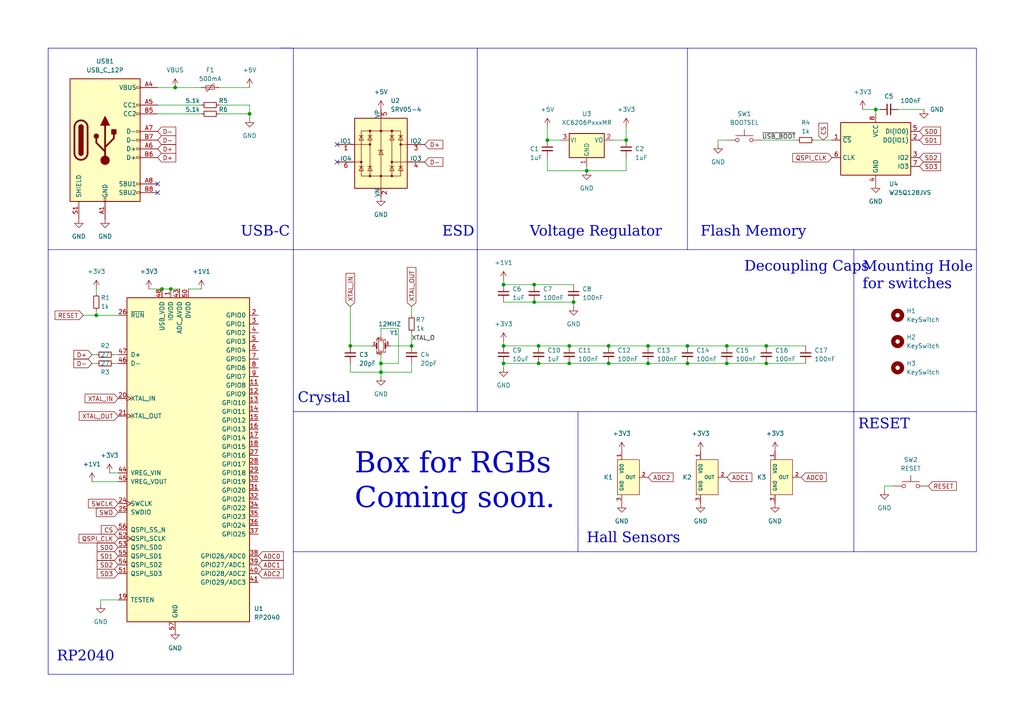
<source format=kicad_sch>
(kicad_sch (version 20230121) (generator eeschema)
  (paper "A4")
  (lib_symbols
    (symbol "Connector:USB_C_Receptacle_USB2.0" (pin_names (offset 1.016))
      (property "Reference" "J" (at -10.16 19.05 0))
      (property "Value" "USB_C_Receptacle_USB2.0" (at 19.05 19.05 0))
      (symbol "USB_C_Receptacle_USB2.0_0_0"
        (rectangle (start -0.254 -17.78) (end 0.254 -16.764))
        (rectangle (start 10.16 -14.986) (end 9.144 -15.494))
        (rectangle (start 10.16 -12.446) (end 9.144 -12.954))
        (rectangle (start 10.16 -4.826) (end 9.144 -5.334))
        (rectangle (start 10.16 -2.286) (end 9.144 -2.794))
        (rectangle (start 10.16 0.254) (end 9.144 -0.254))
        (rectangle (start 10.16 2.794) (end 9.144 2.286))
        (rectangle (start 10.16 7.874) (end 9.144 7.366))
        (rectangle (start 10.16 10.414) (end 9.144 9.906))
        (rectangle (start 10.16 15.494) (end 9.144 14.986))
      )
      (symbol "USB_C_Receptacle_USB2.0_0_1"
        (rectangle (start -10.16 17.78) (end 10.16 -17.78) (stroke (width 0.254)) (fill (type background)))
        (arc (start -8.89 -3.81) (mid -6.985 -5.7067) (end -5.08 -3.81) (stroke (width 0.508)))
        (arc (start -7.62 -3.81) (mid -6.985 -4.4423) (end -6.35 -3.81) (stroke (width 0.254)))
        (arc (start -7.62 -3.81) (mid -6.985 -4.4423) (end -6.35 -3.81) (stroke (width 0.254)) (fill (type outline)))
        (rectangle (start -7.62 -3.81) (end -6.35 3.81) (stroke (width 0.254)) (fill (type outline)))
        (arc (start -6.35 3.81) (mid -6.985 4.4423) (end -7.62 3.81) (stroke (width 0.254)))
        (arc (start -6.35 3.81) (mid -6.985 4.4423) (end -7.62 3.81) (stroke (width 0.254)) (fill (type outline)))
        (arc (start -5.08 3.81) (mid -6.985 5.7067) (end -8.89 3.81) (stroke (width 0.508)))
        (circle (center -2.54 1.143) (radius 0.635) (stroke (width 0.254)) (fill (type outline)))
        (circle (center 0 -5.842) (radius 1.27) (fill (type outline)))
        (polyline (pts (xy -8.89 -3.81) (xy -8.89 3.81)) (stroke (width 0.508)))
        (polyline (pts (xy -5.08 3.81) (xy -5.08 -3.81)) (stroke (width 0.508)))
        (polyline (pts (xy 0 -5.842) (xy 0 4.318)) (stroke (width 0.508)))
        (polyline (pts (xy 0 -3.302) (xy -2.54 -0.762) (xy -2.54 0.508)) (stroke (width 0.508)))
        (polyline (pts (xy 0 -2.032) (xy 2.54 0.508) (xy 2.54 1.778)) (stroke (width 0.508)))
        (polyline (pts (xy -1.27 4.318) (xy 0 6.858) (xy 1.27 4.318) (xy -1.27 4.318)) (stroke (width 0.254)) (fill (type outline)))
        (rectangle (start 1.905 1.778) (end 3.175 3.048) (stroke (width 0.254)) (fill (type outline)))
      )
      (symbol "USB_C_Receptacle_USB2.0_1_1"
        (pin passive line (at 0 -22.86 90) (length 5.08) (name "GND") (number "A1"))
        (pin passive line (at 0 -22.86 90) (length 5.08) hide (name "GND") (number "A12"))
        (pin passive line (at 15.24 15.24 180) (length 5.08) (name "VBUS") (number "A4"))
        (pin bidirectional line (at 15.24 10.16 180) (length 5.08) (name "CC1") (number "A5"))
        (pin bidirectional line (at 15.24 -2.54 180) (length 5.08) (name "D+") (number "A6"))
        (pin bidirectional line (at 15.24 2.54 180) (length 5.08) (name "D-") (number "A7"))
        (pin bidirectional line (at 15.24 -12.7 180) (length 5.08) (name "SBU1") (number "A8"))
        (pin passive line (at 15.24 15.24 180) (length 5.08) hide (name "VBUS") (number "A9"))
        (pin passive line (at 0 -22.86 90) (length 5.08) hide (name "GND") (number "B1"))
        (pin passive line (at 0 -22.86 90) (length 5.08) hide (name "GND") (number "B12"))
        (pin passive line (at 15.24 15.24 180) (length 5.08) hide (name "VBUS") (number "B4"))
        (pin bidirectional line (at 15.24 7.62 180) (length 5.08) (name "CC2") (number "B5"))
        (pin bidirectional line (at 15.24 -5.08 180) (length 5.08) (name "D+") (number "B6"))
        (pin bidirectional line (at 15.24 0 180) (length 5.08) (name "D-") (number "B7"))
        (pin bidirectional line (at 15.24 -15.24 180) (length 5.08) (name "SBU2") (number "B8"))
        (pin passive line (at 15.24 15.24 180) (length 5.08) hide (name "VBUS") (number "B9"))
        (pin passive line (at -7.62 -22.86 90) (length 5.08) (name "SHIELD") (number "S1"))
      )
    )
    (symbol "Device:C_Small" (pin_numbers hide) (pin_names (offset 0.254) hide)
      (property "Reference" "C" (at 0.254 1.778 0))
      (property "Value" "C_Small" (at 0.254 -2.032 0))
      (symbol "C_Small_0_1"
        (polyline (pts (xy -1.524 -0.508) (xy 1.524 -0.508)) (stroke (width 0.3302)))
        (polyline (pts (xy -1.524 0.508) (xy 1.524 0.508)) (stroke (width 0.3048)))
      )
      (symbol "C_Small_1_1"
        (pin passive line (at 0 2.54 270) (length 2.032) (name "~") (number "1"))
        (pin passive line (at 0 -2.54 90) (length 2.032) (name "~") (number "2"))
      )
    )
    (symbol "Device:Crystal_GND24_Small" (pin_names (offset 1.016) hide)
      (property "Reference" "Y" (at 1.27 4.445 0))
      (property "Value" "Crystal_GND24_Small" (at 1.27 2.54 0))
      (symbol "Crystal_GND24_Small_0_1"
        (rectangle (start -0.762 -1.524) (end 0.762 1.524))
        (polyline (pts (xy -1.27 -0.762) (xy -1.27 0.762)) (stroke (width 0.381)))
        (polyline (pts (xy 1.27 -0.762) (xy 1.27 0.762)) (stroke (width 0.381)))
        (polyline (pts (xy -1.27 -1.27) (xy -1.27 -1.905) (xy 1.27 -1.905) (xy 1.27 -1.27)))
        (polyline (pts (xy -1.27 1.27) (xy -1.27 1.905) (xy 1.27 1.905) (xy 1.27 1.27)))
      )
      (symbol "Crystal_GND24_Small_1_1"
        (pin passive line (at -2.54 0 0) (length 1.27) (name "1") (number "1"))
        (pin passive line (at 0 -2.54 90) (length 0.635) (name "2") (number "2"))
        (pin passive line (at 2.54 0 180) (length 1.27) (name "3") (number "3"))
        (pin passive line (at 0 2.54 270) (length 0.635) (name "4") (number "4"))
      )
    )
    (symbol "Device:Polyfuse_Small" (pin_numbers hide) (pin_names (offset 0))
      (property "Reference" "F" (at -1.905 0 90))
      (property "Value" "Polyfuse_Small" (at 1.905 0 90))
      (symbol "Polyfuse_Small_0_1"
        (rectangle (start -0.508 1.27) (end 0.508 -1.27))
        (polyline (pts (xy 0 2.54) (xy 0 -2.54)))
        (polyline (pts (xy -1.016 1.27) (xy -1.016 0.762) (xy 1.016 -0.762) (xy 1.016 -1.27)))
      )
      (symbol "Polyfuse_Small_1_1"
        (pin passive line (at 0 2.54 270) (length 0.635) (name "~") (number "1"))
        (pin passive line (at 0 -2.54 90) (length 0.635) (name "~") (number "2"))
      )
    )
    (symbol "Device:R_Small" (pin_numbers hide) (pin_names (offset 0.254) hide)
      (property "Reference" "R" (at 0.762 0.508 0))
      (property "Value" "R_Small" (at 0.762 -1.016 0))
      (symbol "R_Small_0_1"
        (rectangle (start -0.762 1.778) (end 0.762 -1.778) (stroke (width 0.2032)))
      )
      (symbol "R_Small_1_1"
        (pin passive line (at 0 2.54 270) (length 0.762) (name "~") (number "1"))
        (pin passive line (at 0 -2.54 90) (length 0.762) (name "~") (number "2"))
      )
    )
    (symbol "HallEffect49e:Hall_Sensor" (pin_names (offset 1.016))
      (property "Reference" "U?" (at -4.5212 0.9652 0))
      (symbol "Hall_Sensor_0_1"
        (rectangle (start -3.81 5.08) (end 2.54 -5.08) (fill (type background)))
      )
      (symbol "Hall_Sensor_1_1"
        (pin power_in line (at -2.54 7.62 270) (length 2.54) (name "VDD") (number "1"))
        (pin output line (at 5.08 0 180) (length 2.54) (name "OUT") (number "2"))
        (pin power_in line (at -2.54 -7.62 90) (length 2.54) (name "GND") (number "3"))
      )
    )
    (symbol "Mechanical:MountingHole" (pin_names (offset 1.016))
      (property "Reference" "H" (at 0 5.08 0))
      (property "Value" "MountingHole" (at 0 3.175 0))
      (symbol "MountingHole_0_1"
        (circle (center 0 0) (radius 1.27) (stroke (width 1.27)))
      )
    )
    (symbol "Memory_Flash:W25Q128JVS"
      (property "Reference" "U" (at -8.89 8.89 0))
      (property "Value" "W25Q128JVS" (at 7.62 8.89 0))
      (symbol "W25Q128JVS_0_1"
        (rectangle (start -10.16 7.62) (end 10.16 -7.62) (stroke (width 0.254)) (fill (type background)))
      )
      (symbol "W25Q128JVS_1_1"
        (pin input line (at -12.7 2.54 0) (length 2.54) (name "~{CS}") (number "1"))
        (pin bidirectional line (at 12.7 2.54 180) (length 2.54) (name "DO(IO1)") (number "2"))
        (pin bidirectional line (at 12.7 -2.54 180) (length 2.54) (name "IO2") (number "3"))
        (pin power_in line (at 0 -10.16 90) (length 2.54) (name "GND") (number "4"))
        (pin bidirectional line (at 12.7 5.08 180) (length 2.54) (name "DI(IO0)") (number "5"))
        (pin input line (at -12.7 -2.54 0) (length 2.54) (name "CLK") (number "6"))
        (pin bidirectional line (at 12.7 -5.08 180) (length 2.54) (name "IO3") (number "7"))
        (pin power_in line (at 0 10.16 270) (length 2.54) (name "VCC") (number "8"))
      )
    )
    (symbol "Regulator_Linear:XC6206PxxxMR" (pin_names (offset 0.254))
      (property "Reference" "U" (at -3.81 3.175 0))
      (property "Value" "XC6206PxxxMR" (at 0 3.175 0))
      (symbol "XC6206PxxxMR_0_1"
        (rectangle (start -5.08 1.905) (end 5.08 -5.08) (stroke (width 0.254)) (fill (type background)))
      )
      (symbol "XC6206PxxxMR_1_1"
        (pin power_in line (at 0 -7.62 90) (length 2.54) (name "GND") (number "1"))
        (pin power_out line (at 7.62 0 180) (length 2.54) (name "VO") (number "2"))
        (pin power_in line (at -7.62 0 0) (length 2.54) (name "VI") (number "3"))
      )
    )
    (symbol "Sleep-lib:RP2040" (pin_names (offset 1.016))
      (property "Reference" "U" (at 8.89 51.435 0))
      (property "Value" "RP2040" (at 8.89 48.895 0))
      (symbol "RP2040_0_0"
        (rectangle (start -17.78 -45.72) (end 17.78 48.26) (stroke (width 0.254)) (fill (type background)))
      )
      (symbol "RP2040_1_1"
        (pin power_in line (at -5.08 50.8 270) (length 2.54) (name "IOVDD") (number "1"))
        (pin power_in line (at -5.08 50.8 270) (length 2.54) hide (name "IOVDD") (number "10"))
        (pin input line (at 20.32 22.86 180) (length 2.54) (name "GPIO8") (number "11"))
        (pin input line (at 20.32 20.32 180) (length 2.54) (name "GPIO9") (number "12"))
        (pin input line (at 20.32 17.78 180) (length 2.54) (name "GPIO10") (number "13"))
        (pin input line (at 20.32 15.24 180) (length 2.54) (name "GPIO11") (number "14"))
        (pin input line (at 20.32 12.7 180) (length 2.54) (name "GPIO12") (number "15"))
        (pin input line (at 20.32 10.16 180) (length 2.54) (name "GPIO13") (number "16"))
        (pin input line (at 20.32 7.62 180) (length 2.54) (name "GPIO14") (number "17"))
        (pin input line (at 20.32 5.08 180) (length 2.54) (name "GPIO15") (number "18"))
        (pin input line (at -20.32 -39.37 0) (length 2.54) (name "TESTEN") (number "19"))
        (pin input line (at 20.32 43.18 180) (length 2.54) (name "GPIO0") (number "2"))
        (pin input clock (at -20.32 19.05 0) (length 2.54) (name "XTAL_IN") (number "20"))
        (pin input clock (at -20.32 13.97 0) (length 2.54) (name "XTAL_OUT") (number "21"))
        (pin power_in line (at -5.08 50.8 270) (length 2.54) hide (name "IOVDD") (number "22"))
        (pin power_in line (at 0 50.8 270) (length 2.54) hide (name "DVDD") (number "23"))
        (pin input clock (at -20.32 -11.43 0) (length 2.54) (name "SWCLK") (number "24"))
        (pin bidirectional line (at -20.32 -13.97 0) (length 2.54) (name "SWDIO") (number "25"))
        (pin input line (at -20.32 43.18 0) (length 2.54) (name "~{RUN}") (number "26"))
        (pin input line (at 20.32 2.54 180) (length 2.54) (name "GPIO16") (number "27"))
        (pin input line (at 20.32 0 180) (length 2.54) (name "GPIO17") (number "28"))
        (pin input line (at 20.32 -2.54 180) (length 2.54) (name "GPIO18") (number "29"))
        (pin input line (at 20.32 40.64 180) (length 2.54) (name "GPIO1") (number "3"))
        (pin input line (at 20.32 -5.08 180) (length 2.54) (name "GPIO19") (number "30"))
        (pin input line (at 20.32 -7.62 180) (length 2.54) (name "GPIO20") (number "31"))
        (pin input line (at 20.32 -10.16 180) (length 2.54) (name "GPIO21") (number "32"))
        (pin power_in line (at -5.08 50.8 270) (length 2.54) hide (name "IOVDD") (number "33"))
        (pin input line (at 20.32 -12.7 180) (length 2.54) (name "GPIO22") (number "34"))
        (pin input line (at 20.32 -15.24 180) (length 2.54) (name "GPIO23") (number "35"))
        (pin input line (at 20.32 -17.78 180) (length 2.54) (name "GPIO24") (number "36"))
        (pin input line (at 20.32 -20.32 180) (length 2.54) (name "GPIO25") (number "37"))
        (pin input line (at 20.32 -26.67 180) (length 2.54) (name "GPIO26/ADC0") (number "38"))
        (pin input line (at 20.32 -29.21 180) (length 2.54) (name "GPIO27/ADC1") (number "39"))
        (pin input line (at 20.32 38.1 180) (length 2.54) (name "GPIO2") (number "4"))
        (pin input line (at 20.32 -31.75 180) (length 2.54) (name "GPIO28/ADC2") (number "40"))
        (pin input line (at 20.32 -34.29 180) (length 2.54) (name "GPIO29/ADC3") (number "41"))
        (pin power_in line (at -5.08 50.8 270) (length 2.54) hide (name "IOVDD") (number "42"))
        (pin power_in line (at -2.54 50.8 270) (length 2.54) (name "ADC_AVDD") (number "43"))
        (pin power_in line (at -20.32 -2.54 0) (length 2.54) (name "VREG_VIN") (number "44"))
        (pin power_out line (at -20.32 -5.08 0) (length 2.54) (name "VREG_VOUT") (number "45"))
        (pin bidirectional line (at -20.32 29.21 0) (length 2.54) (name "D-") (number "46"))
        (pin bidirectional line (at -20.32 31.75 0) (length 2.54) (name "D+") (number "47"))
        (pin power_in line (at -7.62 50.8 270) (length 2.54) (name "USB_VDD") (number "48"))
        (pin power_in line (at -5.08 50.8 270) (length 2.54) hide (name "IOVDD") (number "49"))
        (pin input line (at 20.32 35.56 180) (length 2.54) (name "GPIO3") (number "5"))
        (pin power_in line (at 0 50.8 270) (length 2.54) (name "DVDD") (number "50"))
        (pin bidirectional line (at -20.32 -31.75 0) (length 2.54) (name "QSPI_SD3") (number "51"))
        (pin input clock (at -20.32 -21.59 0) (length 2.54) (name "QSPI_SCLK") (number "52"))
        (pin bidirectional line (at -20.32 -24.13 0) (length 2.54) (name "QSPI_SD0") (number "53"))
        (pin bidirectional line (at -20.32 -29.21 0) (length 2.54) (name "QSPI_SD2") (number "54"))
        (pin bidirectional line (at -20.32 -26.67 0) (length 2.54) (name "QSPI_SD1") (number "55"))
        (pin bidirectional line (at -20.32 -19.05 0) (length 2.54) (name "QSPI_SS_N") (number "56"))
        (pin power_in line (at -3.81 -48.26 90) (length 2.54) (name "GND") (number "57"))
        (pin input line (at 20.32 33.02 180) (length 2.54) (name "GPIO4") (number "6"))
        (pin input line (at 20.32 30.48 180) (length 2.54) (name "GPIO5") (number "7"))
        (pin input line (at 20.32 27.94 180) (length 2.54) (name "GPIO6") (number "8"))
        (pin input line (at 20.32 25.4 180) (length 2.54) (name "GPIO7") (number "9"))
      )
    )
    (symbol "Switch:SW_Push" (pin_numbers hide) (pin_names (offset 1.016) hide)
      (property "Reference" "SW" (at 1.27 2.54 0))
      (property "Value" "SW_Push" (at 0 -1.524 0))
      (symbol "SW_Push_0_1"
        (circle (center -2.032 0) (radius 0.508))
        (polyline (pts (xy 0 1.27) (xy 0 3.048)))
        (polyline (pts (xy 2.54 1.27) (xy -2.54 1.27)))
        (circle (center 2.032 0) (radius 0.508))
        (pin passive line (at -5.08 0 0) (length 2.54) (name "1") (number "1"))
        (pin passive line (at 5.08 0 180) (length 2.54) (name "2") (number "2"))
      )
    )
    (symbol "marbastlib-various:SRV05-4" (pin_names (offset 0))
      (property "Reference" "U" (at -5.08 11.43 0))
      (property "Value" "SRV05-4" (at 2.54 11.43 0))
      (symbol "SRV05-4_0_0"
        (rectangle (start -5.715 6.477) (end 5.715 -6.604))
        (polyline (pts (xy -3.175 -6.604) (xy -3.175 6.477)))
        (polyline (pts (xy 3.175 6.477) (xy 3.175 -6.604)))
      )
      (symbol "SRV05-4_0_1"
        (rectangle (start -7.62 10.16) (end 7.62 -10.16) (stroke (width 0.254)) (fill (type background)))
        (circle (center -5.715 -2.54) (radius 0.2794) (fill (type outline)))
        (circle (center -3.175 -6.604) (radius 0.2794) (fill (type outline)))
        (circle (center -3.175 2.54) (radius 0.2794) (fill (type outline)))
        (circle (center -3.175 6.477) (radius 0.2794) (fill (type outline)))
        (circle (center 0 -6.604) (radius 0.2794) (fill (type outline)))
        (polyline (pts (xy -7.747 2.54) (xy -3.175 2.54)))
        (polyline (pts (xy -7.62 -2.54) (xy -5.715 -2.54)))
        (polyline (pts (xy -5.08 -3.81) (xy -6.35 -3.81)))
        (polyline (pts (xy -5.08 5.08) (xy -6.35 5.08)))
        (polyline (pts (xy -2.54 -3.81) (xy -3.81 -3.81)))
        (polyline (pts (xy -2.54 5.08) (xy -3.81 5.08)))
        (polyline (pts (xy 0 10.16) (xy 0 -10.16)))
        (polyline (pts (xy 3.81 -3.81) (xy 2.54 -3.81)))
        (polyline (pts (xy 3.81 5.08) (xy 2.54 5.08)))
        (polyline (pts (xy 6.35 -3.81) (xy 5.08 -3.81)))
        (polyline (pts (xy 6.35 5.08) (xy 5.08 5.08)))
        (polyline (pts (xy 7.62 -2.54) (xy 3.175 -2.54)))
        (polyline (pts (xy 7.62 2.54) (xy 5.715 2.54)))
        (polyline (pts (xy 0.635 0.889) (xy -0.635 0.889) (xy -0.635 0.635)))
        (polyline (pts (xy -5.08 -5.08) (xy -6.35 -5.08) (xy -5.715 -3.81) (xy -5.08 -5.08)))
        (polyline (pts (xy -5.08 3.81) (xy -6.35 3.81) (xy -5.715 5.08) (xy -5.08 3.81)))
        (polyline (pts (xy -2.54 -5.08) (xy -3.81 -5.08) (xy -3.175 -3.81) (xy -2.54 -5.08)))
        (polyline (pts (xy -2.54 3.81) (xy -3.81 3.81) (xy -3.175 5.08) (xy -2.54 3.81)))
        (polyline (pts (xy 0.635 -0.381) (xy -0.635 -0.381) (xy 0 0.889) (xy 0.635 -0.381)))
        (polyline (pts (xy 3.81 -5.08) (xy 2.54 -5.08) (xy 3.175 -3.81) (xy 3.81 -5.08)))
        (polyline (pts (xy 3.81 3.81) (xy 2.54 3.81) (xy 3.175 5.08) (xy 3.81 3.81)))
        (polyline (pts (xy 6.35 -5.08) (xy 5.08 -5.08) (xy 5.715 -3.81) (xy 6.35 -5.08)))
        (polyline (pts (xy 6.35 3.81) (xy 5.08 3.81) (xy 5.715 5.08) (xy 6.35 3.81)))
        (circle (center 0 6.477) (radius 0.2794) (fill (type outline)))
        (circle (center 3.175 -6.604) (radius 0.2794) (fill (type outline)))
        (circle (center 3.175 -2.54) (radius 0.2794) (fill (type outline)))
        (circle (center 3.175 6.477) (radius 0.2794) (fill (type outline)))
        (circle (center 5.715 2.54) (radius 0.2794) (fill (type outline)))
      )
      (symbol "SRV05-4_1_1"
        (pin passive line (at -12.7 2.54 0) (length 5.08) (name "IO1") (number "1"))
        (pin passive line (at 0 -12.7 90) (length 2.54) (name "VN") (number "2"))
        (pin passive line (at 12.7 2.54 180) (length 5.08) (name "IO2") (number "3"))
        (pin passive line (at 12.7 -2.54 180) (length 5.08) (name "IO3") (number "4"))
        (pin passive line (at 0 12.7 270) (length 2.54) (name "VP") (number "5"))
        (pin passive line (at -12.7 -2.54 0) (length 5.08) (name "IO4") (number "6"))
      )
    )
    (symbol "power:+1V1" (power) (pin_names (offset 0))
      (property "Value" "+1V1" (at 0 3.556 0))
      (symbol "+1V1_0_1"
        (polyline (pts (xy -0.762 1.27) (xy 0 2.54)))
        (polyline (pts (xy 0 0) (xy 0 2.54)))
        (polyline (pts (xy 0 2.54) (xy 0.762 1.27)))
      )
      (symbol "+1V1_1_1"
        (pin power_in line (at 0 0 90) (length 0) hide (name "+1V1") (number "1"))
      )
    )
    (symbol "power:+3V3" (power) (pin_names (offset 0))
      (property "Value" "+3V3" (at 0 3.556 0))
      (symbol "+3V3_0_1"
        (polyline (pts (xy -0.762 1.27) (xy 0 2.54)))
        (polyline (pts (xy 0 0) (xy 0 2.54)))
        (polyline (pts (xy 0 2.54) (xy 0.762 1.27)))
      )
      (symbol "+3V3_1_1"
        (pin power_in line (at 0 0 90) (length 0) hide (name "+3V3") (number "1"))
      )
    )
    (symbol "power:+5V" (power) (pin_names (offset 0))
      (property "Value" "+5V" (at 0 3.556 0))
      (symbol "+5V_0_1"
        (polyline (pts (xy -0.762 1.27) (xy 0 2.54)))
        (polyline (pts (xy 0 0) (xy 0 2.54)))
        (polyline (pts (xy 0 2.54) (xy 0.762 1.27)))
      )
      (symbol "+5V_1_1"
        (pin power_in line (at 0 0 90) (length 0) hide (name "+5V") (number "1"))
      )
    )
    (symbol "power:GND" (power) (pin_names (offset 0))
      (property "Value" "GND" (at 0 -3.81 0))
      (symbol "GND_0_1"
        (polyline (pts (xy 0 0) (xy 0 -1.27) (xy 1.27 -1.27) (xy 0 -2.54) (xy -1.27 -1.27) (xy 0 -1.27)))
      )
      (symbol "GND_1_1"
        (pin power_in line (at 0 0 270) (length 0) hide (name "GND") (number "1"))
      )
    )
    (symbol "power:VBUS" (power) (pin_names (offset 0))
      (property "Value" "VBUS" (at 0 3.81 0))
      (symbol "VBUS_0_1"
        (polyline (pts (xy -0.762 1.27) (xy 0 2.54)))
        (polyline (pts (xy 0 0) (xy 0 2.54)))
        (polyline (pts (xy 0 2.54) (xy 0.762 1.27)))
      )
      (symbol "VBUS_1_1"
        (pin power_in line (at 0 0 90) (length 0) hide (name "VBUS") (number "1"))
      )
    )
  )
  (junction (at 222.25 105.41))
  (junction (at 199.39 100.33))
  (junction (at 166.37 87.63))
  (junction (at 181.61 40.64))
  (junction (at 146.05 100.33))
  (junction (at 187.96 100.33))
  (junction (at 254 31.75))
  (junction (at 222.25 100.33))
  (junction (at 210.82 100.33))
  (junction (at 158.75 40.64))
  (junction (at 110.49 105.41))
  (junction (at 199.39 105.41))
  (junction (at 165.1 100.33))
  (junction (at 46.99 83.82))
  (junction (at 156.21 105.41))
  (junction (at 187.96 105.41))
  (junction (at 50.8 25.4))
  (junction (at 146.05 82.55))
  (junction (at 101.6 100.33))
  (junction (at 119.38 100.33))
  (junction (at 154.94 82.55))
  (junction (at 176.53 105.41))
  (junction (at 146.05 105.41))
  (junction (at 156.21 100.33))
  (junction (at 49.53 83.82))
  (junction (at 154.94 87.63))
  (junction (at 210.82 105.41))
  (junction (at 27.94 91.44))
  (junction (at 176.53 100.33))
  (junction (at 110.49 107.95))
  (junction (at 72.39 33.02))
  (junction (at 165.1 105.41))
  (junction (at 170.18 49.53))
  (no_connect (at 45.72 53.34))
  (no_connect (at 97.79 41.91))
  (no_connect (at 45.72 55.88))
  (no_connect (at 97.79 46.99))
  (wire (pts (xy 63.5 25.4) (xy 72.39 25.4)))
  (wire (pts (xy 222.25 105.41) (xy 233.68 105.41)))
  (wire (pts (xy 260.35 31.75) (xy 267.97 31.75)))
  (wire (pts (xy 119.38 96.52) (xy 119.38 100.33)))
  (wire (pts (xy 256.54 140.97) (xy 256.54 142.24)))
  (polyline (pts (xy 85.09 160.02) (xy 247.65 160.02)))
  (polyline (pts (xy 167.64 119.38) (xy 167.64 160.02)))
  (wire (pts (xy 210.82 40.64) (xy 208.28 40.64)))
  (wire (pts (xy 110.49 95.25) (xy 115.57 95.25)))
  (wire (pts (xy 101.6 107.95) (xy 110.49 107.95)))
  (wire (pts (xy 158.75 49.53) (xy 170.18 49.53)))
  (wire (pts (xy 259.08 140.97) (xy 256.54 140.97)))
  (polyline (pts (xy 138.43 119.38) (xy 247.65 119.38)))
  (wire (pts (xy 176.53 100.33) (xy 187.96 100.33)))
  (wire (pts (xy 166.37 87.63) (xy 166.37 88.9)))
  (wire (pts (xy 43.18 83.82) (xy 46.99 83.82)))
  (wire (pts (xy 110.49 105.41) (xy 110.49 102.87)))
  (wire (pts (xy 156.21 100.33) (xy 165.1 100.33)))
  (wire (pts (xy 72.39 30.48) (xy 72.39 33.02)))
  (wire (pts (xy 176.53 105.41) (xy 187.96 105.41)))
  (wire (pts (xy 199.39 100.33) (xy 210.82 100.33)))
  (wire (pts (xy 58.42 30.48) (xy 45.72 30.48)))
  (polyline (pts (xy 138.43 13.97) (xy 81.28 13.97)))
  (polyline (pts (xy 13.97 13.97) (xy 85.09 13.97)))
  (wire (pts (xy 154.94 82.55) (xy 166.37 82.55)))
  (wire (pts (xy 26.67 102.87) (xy 27.94 102.87)))
  (wire (pts (xy 146.05 105.41) (xy 146.05 106.68)))
  (wire (pts (xy 222.25 100.33) (xy 233.68 100.33)))
  (wire (pts (xy 110.49 107.95) (xy 119.38 107.95)))
  (wire (pts (xy 26.67 105.41) (xy 27.94 105.41)))
  (wire (pts (xy 236.22 40.64) (xy 241.3 40.64)))
  (wire (pts (xy 26.67 139.7) (xy 34.29 139.7)))
  (polyline (pts (xy 138.43 13.97) (xy 199.39 13.97)))
  (wire (pts (xy 58.42 33.02) (xy 45.72 33.02)))
  (wire (pts (xy 208.28 40.64) (xy 208.28 41.91)))
  (polyline (pts (xy 13.97 13.97) (xy 13.97 72.39)))
  (wire (pts (xy 34.29 173.99) (xy 29.21 173.99)))
  (wire (pts (xy 156.21 105.41) (xy 165.1 105.41)))
  (wire (pts (xy 146.05 82.55) (xy 154.94 82.55)))
  (polyline (pts (xy 247.65 119.38) (xy 283.21 119.38)))
  (polyline (pts (xy 199.39 13.97) (xy 199.39 72.39)))
  (wire (pts (xy 187.96 100.33) (xy 199.39 100.33)))
  (wire (pts (xy 146.05 99.06) (xy 146.05 100.33)))
  (wire (pts (xy 146.05 100.33) (xy 156.21 100.33)))
  (polyline (pts (xy 85.09 72.39) (xy 85.09 195.58)))
  (wire (pts (xy 46.99 83.82) (xy 49.53 83.82)))
  (wire (pts (xy 113.03 100.33) (xy 119.38 100.33)))
  (polyline (pts (xy 283.21 72.39) (xy 199.39 72.39)))
  (wire (pts (xy 210.82 105.41) (xy 222.25 105.41)))
  (wire (pts (xy 101.6 100.33) (xy 107.95 100.33)))
  (wire (pts (xy 115.57 95.25) (xy 115.57 105.41)))
  (wire (pts (xy 199.39 105.41) (xy 210.82 105.41)))
  (wire (pts (xy 146.05 87.63) (xy 154.94 87.63)))
  (wire (pts (xy 165.1 100.33) (xy 176.53 100.33)))
  (wire (pts (xy 27.94 90.17) (xy 27.94 91.44)))
  (polyline (pts (xy 13.97 195.58) (xy 13.97 72.39)))
  (wire (pts (xy 29.21 173.99) (xy 29.21 175.26)))
  (wire (pts (xy 187.96 105.41) (xy 199.39 105.41)))
  (polyline (pts (xy 247.65 119.38) (xy 247.65 160.02)))
  (wire (pts (xy 165.1 105.41) (xy 176.53 105.41)))
  (wire (pts (xy 119.38 107.95) (xy 119.38 105.41)))
  (polyline (pts (xy 283.21 160.02) (xy 283.21 119.38)))
  (wire (pts (xy 255.27 31.75) (xy 254 31.75)))
  (wire (pts (xy 63.5 30.48) (xy 72.39 30.48)))
  (wire (pts (xy 181.61 49.53) (xy 181.61 45.72)))
  (polyline (pts (xy 85.09 13.97) (xy 85.09 72.39)))
  (polyline (pts (xy 247.65 160.02) (xy 283.21 160.02)))
  (wire (pts (xy 154.94 87.63) (xy 166.37 87.63)))
  (wire (pts (xy 220.98 40.64) (xy 231.14 40.64)))
  (wire (pts (xy 49.53 83.82) (xy 52.07 83.82)))
  (wire (pts (xy 110.49 107.95) (xy 110.49 109.22)))
  (wire (pts (xy 50.8 25.4) (xy 58.42 25.4)))
  (wire (pts (xy 101.6 88.9) (xy 101.6 100.33)))
  (wire (pts (xy 33.02 105.41) (xy 34.29 105.41)))
  (polyline (pts (xy 85.09 72.39) (xy 138.43 72.39)))
  (wire (pts (xy 24.13 91.44) (xy 27.94 91.44)))
  (wire (pts (xy 170.18 48.26) (xy 170.18 49.53)))
  (polyline (pts (xy 283.21 13.97) (xy 283.21 72.39)))
  (wire (pts (xy 250.19 31.75) (xy 254 31.75)))
  (wire (pts (xy 101.6 105.41) (xy 101.6 107.95)))
  (polyline (pts (xy 247.65 119.38) (xy 247.65 72.39)))
  (wire (pts (xy 72.39 34.29) (xy 72.39 33.02)))
  (wire (pts (xy 210.82 100.33) (xy 222.25 100.33)))
  (polyline (pts (xy 138.43 72.39) (xy 138.43 13.97)))
  (wire (pts (xy 170.18 49.53) (xy 181.61 49.53)))
  (polyline (pts (xy 138.43 119.38) (xy 85.09 119.38)))
  (polyline (pts (xy 199.39 13.97) (xy 283.21 13.97)))
  (polyline (pts (xy 283.21 119.38) (xy 283.21 72.39)))
  (wire (pts (xy 146.05 81.28) (xy 146.05 82.55)))
  (wire (pts (xy 146.05 105.41) (xy 156.21 105.41)))
  (polyline (pts (xy 85.09 72.39) (xy 13.97 72.39)))
  (wire (pts (xy 33.02 102.87) (xy 34.29 102.87)))
  (wire (pts (xy 254 31.75) (xy 254 33.02)))
  (wire (pts (xy 54.61 83.82) (xy 58.42 83.82)))
  (wire (pts (xy 27.94 91.44) (xy 34.29 91.44)))
  (wire (pts (xy 158.75 40.64) (xy 162.56 40.64)))
  (wire (pts (xy 115.57 105.41) (xy 110.49 105.41)))
  (wire (pts (xy 181.61 36.83) (xy 181.61 40.64)))
  (wire (pts (xy 45.72 25.4) (xy 50.8 25.4)))
  (wire (pts (xy 158.75 36.83) (xy 158.75 40.64)))
  (wire (pts (xy 63.5 33.02) (xy 72.39 33.02)))
  (wire (pts (xy 31.75 137.16) (xy 34.29 137.16)))
  (polyline (pts (xy 138.43 72.39) (xy 138.43 119.38)))
  (wire (pts (xy 110.49 105.41) (xy 110.49 107.95)))
  (wire (pts (xy 177.8 40.64) (xy 181.61 40.64)))
  (wire (pts (xy 158.75 45.72) (xy 158.75 49.53)))
  (polyline (pts (xy 85.09 195.58) (xy 13.97 195.58)))
  (wire (pts (xy 27.94 83.82) (xy 27.94 85.09)))
  (wire (pts (xy 110.49 97.79) (xy 110.49 95.25)))
  (polyline (pts (xy 199.39 72.39) (xy 138.43 72.39)))
  (wire (pts (xy 119.38 88.9) (xy 119.38 91.44)))
  (text "Decoupling Caps" (at 215.9 80.01 0) (effects (font (size 3 3) italic) (justify left bottom)))
  (text "RESET\n" (at 248.92 125.73 0) (effects (font (size 3 3) italic) (justify left bottom)))
  (text "Box for RGBs\nComing soon." (at 102.87 149.86 0) (effects (font (size 6 6) italic) (justify left bottom)))
  (text "Voltage Regulator" (at 153.67 69.85 0) (effects (font (size 3 3) italic) (justify left bottom)))
  (text "ESD" (at 128.27 69.85 0) (effects (font (size 3 3) italic) (justify left bottom)))
  (text "RP2040\n" (at 16.51 193.04 0) (effects (font (size 3 3) italic) (justify left bottom)))
  (text "Hall Sensors" (at 170.18 158.75 0) (effects (font (size 3 3) italic) (justify left bottom)))
  (text "USB-C" (at 69.85 69.85 0) (effects (font (size 3 3) italic) (justify left bottom)))
  (text "Mounting Hole\nfor switches" (at 250.19 85.09 0) (effects (font (size 3 3) italic) (justify left bottom)))
  (text "Crystal\n" (at 86.36 118.11 0) (effects (font (size 3 3) italic) (justify left bottom)))
  (text "Flash Memory" (at 203.2 69.85 0) (effects (font (size 3 3) italic) (justify left bottom)))
  (label "~{USB_BOOT}" (at 220.98 40.64 0))
  (label "XTAL_O" (at 119.38 99.06 0))
  (global_label "SD1" (shape input) (at 34.29 161.29 180) (property "Intersheetrefs" "${INTERSHEET_REFS}" (effects hide)))
  (global_label "SWCLK" (shape input) (at 34.29 146.05 180) (property "Intersheetrefs" "${INTERSHEET_REFS}" (effects hide)))
  (global_label "SD0" (shape input) (at 34.29 158.75 180) (property "Intersheetrefs" "${INTERSHEET_REFS}" (effects hide)))
  (global_label "ADC1" (shape input) (at 74.93 163.83 0) (property "Intersheetrefs" "${INTERSHEET_REFS}" (effects hide)))
  (global_label "ADC1" (shape input) (at 210.82 138.43 0) (property "Intersheetrefs" "${INTERSHEET_REFS}" (effects hide)))
  (global_label "XTAL_OUT" (shape input) (at 34.29 120.65 180) (property "Intersheetrefs" "${INTERSHEET_REFS}" (effects hide)))
  (global_label "CS" (shape input) (at 238.76 40.64 90) (property "Intersheetrefs" "${INTERSHEET_REFS}" (effects hide)))
  (global_label "ADC2" (shape input) (at 74.93 166.37 0) (property "Intersheetrefs" "${INTERSHEET_REFS}" (effects hide)))
  (global_label "CS" (shape input) (at 34.29 153.67 180) (property "Intersheetrefs" "${INTERSHEET_REFS}" (effects hide)))
  (global_label "ADC0" (shape input) (at 74.93 161.29 0) (property "Intersheetrefs" "${INTERSHEET_REFS}" (effects hide)))
  (global_label "XTAL_IN" (shape input) (at 34.29 115.57 180) (property "Intersheetrefs" "${INTERSHEET_REFS}" (effects hide)))
  (global_label "XTAL_IN" (shape input) (at 101.6 88.9 90) (property "Intersheetrefs" "${INTERSHEET_REFS}" (effects hide)))
  (global_label "QSPI_CLK" (shape input) (at 34.29 156.21 180) (property "Intersheetrefs" "${INTERSHEET_REFS}" (effects hide)))
  (global_label "QSPI_CLK" (shape input) (at 241.3 45.72 180) (property "Intersheetrefs" "${INTERSHEET_REFS}" (effects hide)))
  (global_label "RESET" (shape input) (at 269.24 140.97 0) (property "Intersheetrefs" "${INTERSHEET_REFS}" (effects hide)))
  (global_label "D-" (shape input) (at 26.67 105.41 180) (property "Intersheetrefs" "${INTERSHEET_REFS}" (effects hide)))
  (global_label "SD1" (shape input) (at 266.7 40.64 0) (property "Intersheetrefs" "${INTERSHEET_REFS}" (effects hide)))
  (global_label "SD3" (shape input) (at 266.7 48.26 0) (property "Intersheetrefs" "${INTERSHEET_REFS}" (effects hide)))
  (global_label "D+" (shape input) (at 26.67 102.87 180) (property "Intersheetrefs" "${INTERSHEET_REFS}" (effects hide)))
  (global_label "SD3" (shape input) (at 34.29 166.37 180) (property "Intersheetrefs" "${INTERSHEET_REFS}" (effects hide)))
  (global_label "RESET" (shape input) (at 24.13 91.44 180) (property "Intersheetrefs" "${INTERSHEET_REFS}" (effects hide)))
  (global_label "SWD" (shape input) (at 34.29 148.59 180) (property "Intersheetrefs" "${INTERSHEET_REFS}" (effects hide)))
  (global_label "ADC0" (shape input) (at 232.41 138.43 0) (property "Intersheetrefs" "${INTERSHEET_REFS}" (effects hide)))
  (global_label "SD0" (shape input) (at 266.7 38.1 0) (property "Intersheetrefs" "${INTERSHEET_REFS}" (effects hide)))
  (global_label "D+" (shape input) (at 45.72 43.18 0) (property "Intersheetrefs" "${INTERSHEET_REFS}" (effects hide)))
  (global_label "D+" (shape input) (at 123.19 41.91 0) (property "Intersheetrefs" "${INTERSHEET_REFS}" (effects hide)))
  (global_label "D+" (shape input) (at 45.72 45.72 0) (property "Intersheetrefs" "${INTERSHEET_REFS}" (effects hide)))
  (global_label "D-" (shape input) (at 45.72 38.1 0) (property "Intersheetrefs" "${INTERSHEET_REFS}" (effects hide)))
  (global_label "D-" (shape input) (at 123.19 46.99 0) (property "Intersheetrefs" "${INTERSHEET_REFS}" (effects hide)))
  (global_label "D-" (shape input) (at 45.72 40.64 0) (property "Intersheetrefs" "${INTERSHEET_REFS}" (effects hide)))
  (global_label "SD2" (shape input) (at 266.7 45.72 0) (property "Intersheetrefs" "${INTERSHEET_REFS}" (effects hide)))
  (global_label "XTAL_OUT" (shape input) (at 119.38 88.9 90) (property "Intersheetrefs" "${INTERSHEET_REFS}" (effects hide)))
  (global_label "ADC2" (shape input) (at 187.96 138.43 0) (property "Intersheetrefs" "${INTERSHEET_REFS}" (effects hide)))
  (global_label "SD2" (shape input) (at 34.29 163.83 180) (property "Intersheetrefs" "${INTERSHEET_REFS}" (effects hide)))
  (symbol (lib_id "power:GND") (at 110.49 57.15 0) (unit 1)
    (property "Reference" "#PWR0118" (effects hide))
    (property "Value" "GND" (at 110.49 62.23 0))
  )
  (symbol (lib_id "Device:C_Small") (at 154.94 85.09 0) (unit 1)
    (property "Reference" "C7" (at 157.48 83.8262 0) (effects (justify left)))
    (property "Value" "100nF" (at 157.48 86.3662 0) (effects (justify left)))
    (property "Footprint" "Capacitor_SMD:C_0402_1005Metric" (effects hide))
  )
  (symbol (lib_id "power:+3V3") (at 203.2 130.81 0) (unit 1)
    (property "Reference" "#PWR0111" (effects hide))
    (property "Value" "+3V3" (at 203.2 125.73 0))
  )
  (symbol (lib_id "Switch:SW_Push") (at 264.16 140.97 0) (unit 1)
    (property "Reference" "SW2" (at 264.16 133.35 0))
    (property "Value" "RESET" (at 264.16 135.89 0))
    (property "Footprint" "Jumper:SolderJumper-2_P1.3mm_Open_RoundedPad1.0x1.5mm" (effects hide))
  )
  (symbol (lib_id "power:GND") (at 30.48 63.5 0) (unit 1)
    (property "Reference" "#PWR0116" (effects hide))
    (property "Value" "GND" (at 30.48 68.58 0))
  )
  (symbol (lib_id "Sleep-lib:RP2040") (at 54.61 134.62 0) (unit 1)
    (property "Reference" "U1" (at 73.66 176.53 0) (effects (justify left)))
    (property "Value" "RP2040" (at 73.66 179.07 0) (effects (justify left)))
    (property "Footprint" "Sleep-lib:RP2040-QFN-56" (effects hide))
    (property "Datasheet" "https://datasheets.raspberrypi.com/rp2040/rp2040-datasheet.pdf" (effects hide))
  )
  (symbol (lib_id "power:GND") (at 267.97 31.75 0) (unit 1)
    (property "Reference" "#PWR0127" (effects hide))
    (property "Value" "GND" (at 271.78 31.75 0))
  )
  (symbol (lib_id "Device:C_Small") (at 156.21 102.87 0) (unit 1)
    (property "Reference" "C10" (at 158.75 101.6062 0) (effects (justify left)))
    (property "Value" "1uF" (at 158.75 104.1462 0) (effects (justify left)))
    (property "Footprint" "Capacitor_SMD:C_0402_1005Metric" (effects hide))
  )
  (symbol (lib_id "Connector:USB_C_Receptacle_USB2.0") (at 30.48 40.64 0) (unit 1)
    (property "Reference" "USB1" (at 30.48 17.78 0))
    (property "Value" "USB_C_12P" (at 30.48 20.32 0))
    (property "Footprint" "Connector_USB:USB_C_Receptacle_HRO_TYPE-C-31-M-12" (effects hide))
    (property "Datasheet" "https://www.usb.org/sites/default/files/documents/usb_type-c.zip" (effects hide))
  )
  (symbol (lib_id "Device:R_Small") (at 30.48 102.87 90) (unit 1)
    (property "Reference" "R2" (at 30.48 100.33 90))
    (property "Value" "27" (at 30.48 102.87 90))
    (property "Footprint" "Resistor_SMD:R_0603_1608Metric" (effects hide))
  )
  (symbol (lib_id "power:+3V3") (at 31.75 137.16 0) (unit 1)
    (property "Reference" "#PWR0104" (effects hide))
    (property "Value" "+3V3" (at 31.75 132.08 0))
  )
  (symbol (lib_id "power:+1V1") (at 58.42 83.82 0) (unit 1)
    (property "Reference" "#PWR0106" (effects hide))
    (property "Value" "+1V1" (at 58.42 78.74 0))
  )
  (symbol (lib_id "power:GND") (at 166.37 88.9 0) (unit 1)
    (property "Reference" "#PWR0132" (effects hide))
    (property "Value" "GND" (at 166.37 93.98 0))
  )
  (symbol (lib_id "Device:C_Small") (at 233.68 102.87 0) (unit 1)
    (property "Reference" "C17" (at 236.22 101.6062 0) (effects (justify left)))
    (property "Value" "100nF" (at 236.22 104.1462 0) (effects (justify left)))
    (property "Footprint" "Capacitor_SMD:C_0402_1005Metric" (effects hide))
  )
  (symbol (lib_id "power:VBUS") (at 50.8 25.4 0) (unit 1)
    (property "Reference" "#PWR0115" (effects hide))
    (property "Value" "VBUS" (at 50.8 20.32 0))
  )
  (symbol (lib_id "Device:C_Small") (at 199.39 102.87 0) (unit 1)
    (property "Reference" "C14" (at 201.93 101.6062 0) (effects (justify left)))
    (property "Value" "100nF" (at 201.93 104.1462 0) (effects (justify left)))
    (property "Footprint" "Capacitor_SMD:C_0402_1005Metric" (effects hide))
  )
  (symbol (lib_id "power:GND") (at 110.49 109.22 0) (unit 1)
    (property "Reference" "#PWR0110" (effects hide))
    (property "Value" "GND" (at 110.49 114.3 0))
  )
  (symbol (lib_id "power:+3V3") (at 181.61 36.83 0) (unit 1)
    (property "Reference" "#PWR0125" (effects hide))
    (property "Value" "+3V3" (at 181.61 31.75 0))
  )
  (symbol (lib_id "Device:R_Small") (at 233.68 40.64 90) (unit 1)
    (property "Reference" "R4" (at 233.68 35.56 90))
    (property "Value" "1k" (at 233.68 38.1 90))
    (property "Footprint" "Resistor_SMD:R_0402_1005Metric" (effects hide))
  )
  (symbol (lib_id "Device:C_Small") (at 181.61 43.18 0) (unit 1)
    (property "Reference" "C2" (at 184.15 43.18 0) (effects (justify left)))
    (property "Value" "1uF" (at 184.15 45.72 0) (effects (justify left)))
    (property "Footprint" "Capacitor_SMD:C_0402_1005Metric" (effects hide))
  )
  (symbol (lib_id "Switch:SW_Push") (at 215.9 40.64 0) (unit 1)
    (property "Reference" "SW1" (at 215.9 33.02 0))
    (property "Value" "BOOTSEL" (at 215.9 35.56 0))
    (property "Footprint" "Jumper:SolderJumper-2_P1.3mm_Open_RoundedPad1.0x1.5mm" (effects hide))
  )
  (symbol (lib_id "Device:R_Small") (at 27.94 87.63 0) (unit 1)
    (property "Reference" "R1" (at 29.21 86.36 0) (effects (justify left)))
    (property "Value" "1k" (at 29.21 88.9 0) (effects (justify left)))
    (property "Footprint" "Resistor_SMD:R_0402_1005Metric" (effects hide))
  )
  (symbol (lib_id "power:+3V3") (at 43.18 83.82 0) (unit 1)
    (property "Reference" "#PWR0105" (effects hide))
    (property "Value" "+3V3" (at 43.18 78.74 0))
  )
  (symbol (lib_id "power:+5V") (at 72.39 25.4 0) (unit 1)
    (property "Reference" "#PWR0117" (effects hide))
    (property "Value" "+5V" (at 72.39 20.32 0))
  )
  (symbol (lib_id "power:GND") (at 22.86 63.5 0) (unit 1)
    (property "Reference" "#PWR0109" (effects hide))
    (property "Value" "GND" (at 22.86 68.58 0))
  )
  (symbol (lib_id "power:GND") (at 208.28 41.91 0) (unit 1)
    (property "Reference" "#PWR0107" (effects hide))
    (property "Value" "GND" (at 208.28 46.99 0))
  )
  (symbol (lib_id "Device:C_Small") (at 165.1 102.87 0) (unit 1)
    (property "Reference" "C11" (at 167.64 101.6062 0) (effects (justify left)))
    (property "Value" "100nF" (at 167.64 104.1462 0) (effects (justify left)))
    (property "Footprint" "Capacitor_SMD:C_0402_1005Metric" (effects hide))
  )
  (symbol (lib_id "Device:C_Small") (at 158.75 43.18 0) (unit 1)
    (property "Reference" "C1" (at 153.67 43.18 0) (effects (justify left)))
    (property "Value" "1uF" (at 153.67 45.72 0) (effects (justify left)))
    (property "Footprint" "Capacitor_SMD:C_0402_1005Metric" (effects hide))
  )
  (symbol (lib_id "power:GND") (at 180.34 146.05 0) (unit 1)
    (property "Reference" "#PWR0114" (effects hide))
    (property "Value" "GND" (at 180.34 151.13 0))
  )
  (symbol (lib_id "power:+1V1") (at 146.05 81.28 0) (unit 1)
    (property "Reference" "#PWR0129" (effects hide))
    (property "Value" "+1V1" (at 146.05 76.2 0))
  )
  (symbol (lib_id "Regulator_Linear:XC6206PxxxMR") (at 170.18 40.64 0) (unit 1)
    (property "Reference" "U3" (at 170.18 33.02 0))
    (property "Value" "XC6206PxxxMR" (at 170.18 35.56 0))
    (property "Footprint" "Package_TO_SOT_SMD:SOT-23" (effects hide))
    (property "Datasheet" "https://www.torexsemi.com/file/xc6206/XC6206.pdf" (effects hide))
  )
  (symbol (lib_id "Memory_Flash:W25Q128JVS") (at 254 43.18 0) (unit 1)
    (property "Reference" "U4" (at 257.81 53.34 0) (effects (justify left)))
    (property "Value" "W25Q128JVS" (at 257.81 55.88 0) (effects (justify left)))
    (property "Footprint" "Package_SO:SOIC-8_5.23x5.23mm_P1.27mm" (effects hide))
    (property "Datasheet" "http://www.winbond.com/resource-files/w25q128jv_dtr%20revc%2003272018%20plus.pdf" (effects hide))
  )
  (symbol (lib_id "Device:C_Small") (at 176.53 102.87 0) (unit 1)
    (property "Reference" "C12" (at 179.07 101.6062 0) (effects (justify left)))
    (property "Value" "100nF" (at 179.07 104.1462 0) (effects (justify left)))
    (property "Footprint" "Capacitor_SMD:C_0402_1005Metric" (effects hide))
  )
  (symbol (lib_id "power:+3V3") (at 224.79 130.81 0) (unit 1)
    (property "Reference" "#PWR0120" (effects hide))
    (property "Value" "+3V3" (at 224.79 125.73 0))
  )
  (symbol (lib_id "power:+5V") (at 158.75 36.83 0) (unit 1)
    (property "Reference" "#PWR0124" (effects hide))
    (property "Value" "+5V" (at 158.75 31.75 0))
  )
  (symbol (lib_id "power:GND") (at 50.8 182.88 0) (unit 1)
    (property "Reference" "#PWR0102" (effects hide))
    (property "Value" "GND" (at 50.8 187.96 0))
  )
  (symbol (lib_id "power:+3V3") (at 146.05 99.06 0) (unit 1)
    (property "Reference" "#PWR0130" (effects hide))
    (property "Value" "+3V3" (at 146.05 93.98 0))
  )
  (symbol (lib_id "Device:C_Small") (at 210.82 102.87 0) (unit 1)
    (property "Reference" "C15" (at 213.36 101.6062 0) (effects (justify left)))
    (property "Value" "100nF" (at 213.36 104.1462 0) (effects (justify left)))
    (property "Footprint" "Capacitor_SMD:C_0402_1005Metric" (effects hide))
  )
  (symbol (lib_id "power:GND") (at 72.39 34.29 0) (unit 1)
    (property "Reference" "#PWR0122" (effects hide))
    (property "Value" "GND" (at 72.39 39.37 0))
  )
  (symbol (lib_id "power:GND") (at 254 53.34 0) (unit 1)
    (property "Reference" "#PWR0126" (effects hide))
    (property "Value" "GND" (at 254 58.42 0))
  )
  (symbol (lib_id "Device:R_Small") (at 119.38 93.98 180) (unit 1)
    (property "Reference" "R7" (at 121.92 92.71 0))
    (property "Value" "1k" (at 121.92 95.25 0))
    (property "Footprint" "Resistor_SMD:R_0402_1005Metric" (effects hide))
  )
  (symbol (lib_id "marbastlib-various:SRV05-4") (at 110.49 44.45 0) (unit 1)
    (property "Reference" "U2" (at 113.2587 29.21 0) (effects (justify left)))
    (property "Value" "SRV05-4" (at 113.2587 31.75 0) (effects (justify left)))
    (property "Footprint" "marbastlib-various:SOT-23-6-routable" (effects hide))
    (property "Datasheet" "http://www.onsemi.com/pub/Collateral/SRV05-4-D.PDF" (effects hide))
  )
  (symbol (lib_id "Device:C_Small") (at 257.81 31.75 90) (unit 1)
    (property "Reference" "C5" (at 257.81 27.94 90))
    (property "Value" "100nF" (at 264.16 29.21 90))
    (property "Footprint" "Capacitor_SMD:C_0402_1005Metric" (effects hide))
  )
  (symbol (lib_id "Device:C_Small") (at 166.37 85.09 0) (unit 1)
    (property "Reference" "C8" (at 168.91 83.8262 0) (effects (justify left)))
    (property "Value" "100nF" (at 168.91 86.3662 0) (effects (justify left)))
    (property "Footprint" "Capacitor_SMD:C_0402_1005Metric" (effects hide))
  )
  (symbol (lib_id "power:+3V3") (at 180.34 130.81 0) (unit 1)
    (property "Reference" "#PWR0113" (effects hide))
    (property "Value" "+3V3" (at 180.34 125.73 0))
  )
  (symbol (lib_id "Device:C_Small") (at 146.05 85.09 0) (unit 1)
    (property "Reference" "C6" (at 148.59 83.8262 0) (effects (justify left)))
    (property "Value" "1uF" (at 148.59 86.3662 0) (effects (justify left)))
    (property "Footprint" "Capacitor_SMD:C_0402_1005Metric" (effects hide))
  )
  (symbol (lib_id "Device:Crystal_GND24_Small") (at 110.49 100.33 0) (unit 1)
    (property "Reference" "Y1" (at 114.3 96.52 0))
    (property "Value" "12MHZ" (at 113.03 93.98 0))
    (property "Footprint" "Crystal:Crystal_SMD_3225-4Pin_3.2x2.5mm" (effects hide))
  )
  (symbol (lib_id "power:GND") (at 29.21 175.26 0) (unit 1)
    (property "Reference" "#PWR0101" (effects hide))
    (property "Value" "GND" (at 29.21 180.34 0))
  )
  (symbol (lib_id "power:+5V") (at 110.49 31.75 0) (unit 1)
    (property "Reference" "#PWR0119" (effects hide))
    (property "Value" "+5V" (at 110.49 26.67 0))
  )
  (symbol (lib_id "Mechanical:MountingHole") (at 260.35 99.06 0) (unit 1)
    (property "Reference" "H2" (at 262.89 97.7899 0) (effects (justify left)))
    (property "Value" "KeySwitch" (at 262.89 100.3299 0) (effects (justify left)))
    (property "Footprint" "MX_Only:MXOnly-1U-FLIPPED" (effects hide))
  )
  (symbol (lib_id "HallEffect49e:Hall_Sensor") (at 182.88 138.43 0) (unit 1)
    (property "Reference" "K1" (at 177.8 138.4299 0) (effects (justify right)))
    (property "Value" "Hall_Sensor" (effects hide))
    (property "Footprint" "Package_TO_SOT_SMD:SOT-23" (effects hide))
    (property "LCSC Part" "C266230" (effects hide))
    (property "MPN" "GH39FKSW" (effects hide))
    (property "Notes" "Alternate part: OH49E-S (C85573)" (effects hide))
  )
  (symbol (lib_id "Device:C_Small") (at 222.25 102.87 0) (unit 1)
    (property "Reference" "C16" (at 224.79 101.6062 0) (effects (justify left)))
    (property "Value" "100nF" (at 224.79 104.1462 0) (effects (justify left)))
    (property "Footprint" "Capacitor_SMD:C_0402_1005Metric" (effects hide))
  )
  (symbol (lib_id "power:GND") (at 170.18 49.53 0) (unit 1)
    (property "Reference" "#PWR0123" (effects hide))
    (property "Value" "GND" (at 170.18 54.61 0))
  )
  (symbol (lib_id "Device:R_Small") (at 60.96 33.02 90) (unit 1)
    (property "Reference" "R6" (at 64.77 31.75 90))
    (property "Value" "5.1k" (at 55.88 31.75 90))
    (property "Footprint" "Resistor_SMD:R_0402_1005Metric" (effects hide))
  )
  (symbol (lib_id "Device:C_Small") (at 101.6 102.87 0) (unit 1)
    (property "Reference" "C3" (at 104.14 102.87 0) (effects (justify left)))
    (property "Value" "20pF" (at 104.14 105.41 0) (effects (justify left)))
    (property "Footprint" "Capacitor_SMD:C_0402_1005Metric" (effects hide))
  )
  (symbol (lib_id "HallEffect49e:Hall_Sensor") (at 227.33 138.43 0) (unit 1)
    (property "Reference" "K3" (at 222.25 138.4299 0) (effects (justify right)))
    (property "Value" "Hall_Sensor" (effects hide))
    (property "Footprint" "Package_TO_SOT_SMD:SOT-23" (effects hide))
    (property "LCSC Part" "C266230" (effects hide))
    (property "MPN" "GH39FKSW" (effects hide))
    (property "Notes" "Alternate part: OH49E-S (C85573)" (effects hide))
  )
  (symbol (lib_id "Device:R_Small") (at 30.48 105.41 90) (unit 1)
    (property "Reference" "R3" (at 30.48 107.95 90))
    (property "Value" "27" (at 30.48 105.41 90))
    (property "Footprint" "Resistor_SMD:R_0603_1608Metric" (effects hide))
  )
  (symbol (lib_id "power:GND") (at 146.05 106.68 0) (unit 1)
    (property "Reference" "#PWR0131" (effects hide))
    (property "Value" "GND" (at 146.05 111.76 0))
  )
  (symbol (lib_id "Device:R_Small") (at 60.96 30.48 90) (unit 1)
    (property "Reference" "R5" (at 64.77 29.21 90))
    (property "Value" "5.1k" (at 55.88 29.21 90))
    (property "Footprint" "Resistor_SMD:R_0402_1005Metric" (effects hide))
  )
  (symbol (lib_id "HallEffect49e:Hall_Sensor") (at 205.74 138.43 0) (unit 1)
    (property "Reference" "K2" (at 200.66 138.4299 0) (effects (justify right)))
    (property "Value" "Hall_Sensor" (effects hide))
    (property "Footprint" "Package_TO_SOT_SMD:SOT-23" (effects hide))
    (property "LCSC Part" "C266230" (effects hide))
    (property "MPN" "GH39FKSW" (effects hide))
    (property "Notes" "Alternate part: OH49E-S (C85573)" (effects hide))
  )
  (symbol (lib_id "Device:Polyfuse_Small") (at 60.96 25.4 90) (unit 1)
    (property "Reference" "F1" (at 60.96 20.32 90))
    (property "Value" "500mA" (at 60.96 22.86 90))
    (property "Footprint" "Fuse:Fuse_0402_1005Metric" (effects hide))
  )
  (symbol (lib_id "Mechanical:MountingHole") (at 260.35 106.68 0) (unit 1)
    (property "Reference" "H3" (at 262.89 105.4099 0) (effects (justify left)))
    (property "Value" "KeySwitch" (at 262.89 107.9499 0) (effects (justify left)))
    (property "Footprint" "MX_Only:MXOnly-1U-FLIPPED" (effects hide))
  )
  (symbol (lib_id "power:GND") (at 203.2 146.05 0) (unit 1)
    (property "Reference" "#PWR0112" (effects hide))
    (property "Value" "GND" (at 203.2 151.13 0))
  )
  (symbol (lib_id "power:GND") (at 256.54 142.24 0) (unit 1)
    (property "Reference" "#PWR0134" (effects hide))
    (property "Value" "GND" (at 256.54 147.32 0))
  )
  (symbol (lib_id "Mechanical:MountingHole") (at 260.35 91.44 0) (unit 1)
    (property "Reference" "H1" (at 262.89 90.1699 0) (effects (justify left)))
    (property "Value" "KeySwitch" (at 262.89 92.7099 0) (effects (justify left)))
    (property "Footprint" "MX_Only:MXOnly-1U-FLIPPED" (effects hide))
  )
  (symbol (lib_id "power:+3V3") (at 250.19 31.75 0) (unit 1)
    (property "Reference" "#PWR0128" (effects hide))
    (property "Value" "+3V3" (at 250.19 26.67 0))
  )
  (symbol (lib_id "power:GND") (at 224.79 146.05 0) (unit 1)
    (property "Reference" "#PWR0121" (effects hide))
    (property "Value" "GND" (at 224.79 151.13 0))
  )
  (symbol (lib_id "power:+1V1") (at 26.67 139.7 0) (unit 1)
    (property "Reference" "#PWR0103" (effects hide))
    (property "Value" "+1V1" (at 26.67 134.62 0))
  )
  (symbol (lib_id "Device:C_Small") (at 187.96 102.87 0) (unit 1)
    (property "Reference" "C13" (at 190.5 101.6062 0) (effects (justify left)))
    (property "Value" "100nF" (at 190.5 104.1462 0) (effects (justify left)))
    (property "Footprint" "Capacitor_SMD:C_0402_1005Metric" (effects hide))
  )
  (symbol (lib_id "Device:C_Small") (at 146.05 102.87 0) (unit 1)
    (property "Reference" "C9" (at 148.59 101.6062 0) (effects (justify left)))
    (property "Value" "10uF" (at 148.59 104.1462 0) (effects (justify left)))
    (property "Footprint" "Capacitor_SMD:C_0402_1005Metric" (effects hide))
  )
  (symbol (lib_id "power:+3V3") (at 27.94 83.82 0) (unit 1)
    (property "Reference" "#PWR0108" (effects hide))
    (property "Value" "+3V3" (at 27.94 78.74 0))
  )
  (symbol (lib_id "Device:C_Small") (at 119.38 102.87 0) (unit 1)
    (property "Reference" "C4" (at 121.92 102.87 0) (effects (justify left)))
    (property "Value" "20pF" (at 121.92 105.41 0) (effects (justify left)))
    (property "Footprint" "Capacitor_SMD:C_0402_1005Metric" (effects hide))
  )
)
</source>
